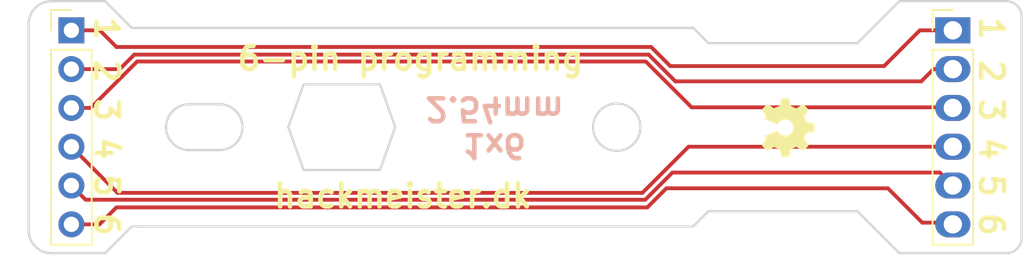
<source format=kicad_pcb>
(kicad_pcb (version 20211014) (generator pcbnew)
  (title_block (title "eClip function board 6 pin 100mil") (company "hackmeister.dk") (comment 1 "CC-BY-SA"))
  (layers (0 "F.Cu" signal) (31 "B.Cu" signal) (34 "B.Paste" user) (35 "F.Paste" user) (36 "B.SilkS" user "B.Silkscreen") (37 "F.SilkS" user "F.Silkscreen") (38 "B.Mask" user) (39 "F.Mask" user) (44 "Edge.Cuts" user))
  (net 0 "")
  (net 1 "Net-(J1-Pad4)")
  (net 2 "Net-(J1-Pad3)")
  (net 3 "Net-(J1-Pad2)")
  (net 4 "Net-(J1-Pad1)")
  (net 5 "Net-(J1-Pad5)")
  (net 6 "Net-(J1-Pad6)")
  (footprint "Pin_Headers:Pin_Header_Straight_1x06_Pitch2.54mm" (layer "F.Cu") (at 52.8 50.16)
    (fp_text reference "J1" hide)
    (fp_text value "Conn_01x06")
    (fp_line (start -1.33 14.03) (end 1.33 14.03) (layer "F.SilkS") (width 0.12))
    (fp_line (start 1.33 1.27) (end 1.33 14.03) (layer "F.SilkS") (width 0.12))
    (fp_line (start -1.33 -1.33) (end 0 -1.33) (layer "F.SilkS") (width 0.12))
    (fp_line (start -1.33 1.27) (end 1.33 1.27) (layer "F.SilkS") (width 0.12))
    (fp_line (start -1.33 1.27) (end -1.33 14.03) (layer "F.SilkS") (width 0.12))
    (fp_line (start -1.33 0) (end -1.33 -1.33) (layer "F.SilkS") (width 0.12))
    (pad "1" thru_hole rect locked (at 0 0) (size 1.7 1.7) (drill 1) (layers *.Cu *.Mask) (net 4 "Net-(J1-Pad1)"))
    (pad "2" thru_hole oval locked (at 0 2.54) (size 1.7 1.7) (drill 1) (layers *.Cu *.Mask) (net 3 "Net-(J1-Pad2)"))
    (pad "3" thru_hole oval locked (at 0 5.08) (size 1.7 1.7) (drill 1) (layers *.Cu *.Mask) (net 2 "Net-(J1-Pad3)"))
    (pad "4" thru_hole oval locked (at 0 7.62) (size 1.7 1.7) (drill 1) (layers *.Cu *.Mask) (net 1 "Net-(J1-Pad4)"))
    (pad "5" thru_hole oval locked (at 0 10.16) (size 1.7 1.7) (drill 1) (layers *.Cu *.Mask) (net 5 "Net-(J1-Pad5)"))
    (pad "6" thru_hole oval locked (at 0 12.7) (size 1.7 1.7) (drill 1) (layers *.Cu *.Mask) (net 6 "Net-(J1-Pad6)"))
  )
  (footprint "Pin_Headers:Pin_Header_Straight_1x06_Pitch2.54mm" (layer "F.Cu") (at 110.5 50.16)
    (fp_text reference "J2" hide)
    (fp_text value "Conn_01x06")
    (fp_line (start -1.33 1.27) (end 1.33 1.27) (layer "F.SilkS") (width 0.12))
    (fp_line (start -1.33 1.27) (end -1.33 14.03) (layer "F.SilkS") (width 0.12))
    (fp_line (start -1.33 0) (end -1.33 -1.33) (layer "F.SilkS") (width 0.12))
    (fp_line (start 1.33 1.27) (end 1.33 14.03) (layer "F.SilkS") (width 0.12))
    (fp_line (start -1.33 -1.33) (end 0 -1.33) (layer "F.SilkS") (width 0.12))
    (fp_line (start -1.33 14.03) (end 1.33 14.03) (layer "F.SilkS") (width 0.12))
    (pad "1" thru_hole rect locked (at 0 0) (size 2.3 1.7) (drill 1.2) (layers *.Cu *.Mask) (net 4 "Net-(J1-Pad1)"))
    (pad "2" thru_hole oval locked (at 0 2.54) (size 2.3 1.7) (drill 1.2) (layers *.Cu *.Mask) (net 3 "Net-(J1-Pad2)"))
    (pad "3" thru_hole oval locked (at 0 5.08) (size 2.3 1.7) (drill 1.2) (layers *.Cu *.Mask) (net 2 "Net-(J1-Pad3)"))
    (pad "4" thru_hole oval locked (at 0 7.62) (size 2.3 1.7) (drill 1.2) (layers *.Cu *.Mask) (net 1 "Net-(J1-Pad4)"))
    (pad "5" thru_hole oval locked (at 0 10.16) (size 2.3 1.7) (drill 1.2) (layers *.Cu *.Mask) (net 5 "Net-(J1-Pad5)"))
    (pad "6" thru_hole oval locked (at 0 12.7) (size 2.3 1.7) (drill 1.2) (layers *.Cu *.Mask) (net 6 "Net-(J1-Pad6)"))
  )
  (footprint "Aesthetics:oshw_logo_4.0mm" (layer "F.Cu") (at 99.695 56.515 -90)
    (fp_text reference "G***" hide)
    (fp_text value "LOGO" hide)
    (fp_poly (pts (xy 0.089147 -1.747484) (xy 0.149434 -1.747235) (xy 0.194276 -1.74656) (xy 0.22611 -1.745249) (xy 0.247374 -1.74309) (xy 0.260504 -1.73987) (xy 0.267939 -1.735379) (xy 0.272116 -1.729405) (xy 0.274223 -1.72466) (xy 0.278781 -1.708314) (xy 0.28623 -1.675149) (xy 0.295917 -1.628359) (xy 0.307192 -1.571135) (xy 0.319402 -1.506667) (xy 0.32549 -1.473615) (xy 0.33781 -1.407385) (xy 0.349411 -1.347412) (xy 0.359666 -1.296746) (xy 0.36795 -1.258435) (xy 0.373637 -1.235531) (xy 0.375334 -1.230768) (xy 0.386478 -1.223192) (xy 0.412875 -1.209727) (xy 0.450871 -1.191931) (xy 0.496814 -1.171363) (xy 0.547051 -1.149583) (xy 0.597929 -1.12815) (xy 0.645795 -1.108623) (xy 0.686996 -1.092561) (xy 0.71788 -1.081523) (xy 0.734793 -1.07707) (xy 0.735468 -1.077045) (xy 0.746652 -1.082597) (xy 0.772127 -1.098163) (xy 0.809484 -1.122176) (xy 0.856317 -1.153073) (xy 0.910217 -1.189286) (xy 0.954256 -1.219285) (xy 1.011889 -1.258475) (xy 1.064263 -1.293529) (xy 1.108973 -1.322882) (xy 1.143615 -1.34497) (xy 1.165784 -1.35823) (xy 1.172804 -1.36144) (xy 1.183683 -1.354435) (xy 1.206061 -1.33504) (xy 1.237537 -1.305689) (xy 1.275709 -1.268814) (xy 1.318178 -1.226849) (xy 1.362541 -1.182225) (xy 1.406399 -1.137376) (xy 1.447349 -1.094734) (xy 1.482991 -1.056732) (xy 1.510924 -1.025803) (xy 1.528746 -1.00438) (xy 1.53416 -0.995314) (xy 1.529499 -0.982412) (xy 1.515222 -0.956857) (xy 1.490881 -0.917966) (xy 1.45603 -0.865052) (xy 1.410225 -0.797432) (xy 1.353019 -0.714421) (xy 1.324796 -0.673813) (xy 1.298604 -0.634919) (xy 1.277466 -0.601086) (xy 1.263792 -0.576332) (xy 1.25984 -0.5655) (xy 1.263682 -0.552568) (xy 1.274189 -0.524671) (xy 1.289829 -0.485438) (xy 1.309069 -0.438498) (xy 1.330378 -0.387481) (xy 1.352223 -0.336015) (xy 1.373073 -0.287729) (xy 1.391396 -0.246253) (xy 1.40566 -0.215214) (xy 1.414334 -0.198243) (xy 1.415643 -0.196411) (xy 1.426712 -0.193129) (xy 1.454929 -0.186768) (xy 1.497456 -0.177912) (xy 1.551451 -0.167141) (xy 1.614077 -0.155038) (xy 1.656405 -0.147044) (xy 1.723615 -0.134347) (xy 1.784562 -0.122616) (xy 1.836267 -0.112443) (xy 1.875748 -0.104418) (xy 1.900024 -0.099133) (xy 1.906063 -0.097518) (xy 1.910526 -0.092564) (xy 1.913983 -0.080108) (xy 1.916552 -0.058002) (xy 1.918347 -0.024097) (xy 1.919482 0.023756) (xy 1.920075 0.087705) (xy 1.920239 0.166636) (xy 1.920145 0.246109) (xy 1.919756 0.30761) (xy 1.918914 0.353486) (xy 1.917462 0.386086) (xy 1.91524 0.407756) (xy 1.912092 0.420844) (xy 1.907859 0.427698) (xy 1.90246 0.430642) (xy 1.884851 0.43473) (xy 1.85288 0.441165) (xy 1.812206 0.448827) (xy 1.79324 0.452257) (xy 1.694241 0.470144) (xy 1.613659 0.485224) (xy 1.549839 0.497868) (xy 1.501127 0.508445) (xy 1.465871 0.517329) (xy 1.442416 0.524888) (xy 1.429108 0.531495) (xy 1.425607 0.534733) (xy 1.418639 0.548186) (xy 1.40589 0.576625) (xy 1.388817 0.616471) (xy 1.368878 0.664142) (xy 1.347529 0.716059) (xy 1.326226 0.768642) (xy 1.306427 0.818309) (xy 1.289588 0.861482) (xy 1.277167 0.894579) (xy 1.270619 0.914022) (xy 1.269971 0.91722) (xy 1.275501 0.927507) (xy 1.29099 0.95203) (xy 1.314816 0.988329) (xy 1.345352 1.033946) (xy 1.380975 1.086421) (xy 1.40208 1.117216) (xy 1.439956 1.173096) (xy 1.47359 1.224238) (xy 1.501338 1.268014) (xy 1.521554 1.301799) (xy 1.532592 1.322963) (xy 1.53416 1.328135) (xy 1.527093 1.340748) (xy 1.507016 1.365542) (xy 1.475612 1.400662) (xy 1.434568 1.444255) (xy 1.385566 1.494467) (xy 1.357349 1.522726) (xy 1.302152 1.577438) (xy 1.259372 1.619265) (xy 1.22712 1.649753) (xy 1.203507 1.670451) (xy 1.186644 1.682903) (xy 1.174642 1.688657) (xy 1.165613 1.689258) (xy 1.157667 1.686253) (xy 1.15763 1.686233) (xy 1.142555 1.676918) (xy 1.113654 1.65797) (xy 1.073811 1.631319) (xy 1.025909 1.598898) (xy 0.97283 1.562638) (xy 0.959186 1.553266) (xy 0.906154 1.517203) (xy 0.858319 1.485438) (xy 0.818349 1.459683) (xy 0.788917 1.441648) (xy 0.772692 1.433046) (xy 0.770834 1.43256) (xy 0.756801 1.436999) (xy 0.729364 1.448953) (xy 0.693048 1.466373) (xy 0.667543 1.479287) (xy 0.626771 1.499066) (xy 0.594111 1.512435) (xy 0.573289 1.517976) (xy 0.568169 1.517113) (xy 0.562182 1.505802) (xy 0.549519 1.478075) (xy 0.531212 1.436316) (xy 0.50829 1.382911) (xy 0.481783 1.320247) (xy 0.452721 1.25071) (xy 0.441646 1.224006) (xy 0.409134 1.145496) (xy 0.376428 1.066606) (xy 0.345092 0.991105) (xy 0.316693 0.922759) (xy 0.292793 0.865337) (xy 0.274959 0.822606) (xy 0.273772 0.81977) (xy 0.254757 0.773328) (xy 0.23904 0.732992) (xy 0.228139 0.702798) (xy 0.22357 0.686782) (xy 0.22352 0.686042) (xy 0.231285 0.673948) (xy 0.251827 0.654424) (xy 0.281017 0.63131) (xy 0.28702 0.626959) (xy 0.37565 0.553708) (xy 0.445091 0.47415) (xy 0.49563 0.387766) (xy 0.527557 0.294033) (xy 0.54116 0.192433) (xy 0.541728 0.16764) (xy 0.533262 0.066028) (xy 0.506726 -0.027331) (xy 0.461461 -0.114089) (xy 0.396808 -0.195896) (xy 0.396301 -0.196437) (xy 0.32034 -0.263596) (xy 0.235633 -0.313725) (xy 0.144681 -0.346722) (xy 0.04998 -0.362484) (xy -0.045971 -0.360908) (xy -0.140675 -0.34189) (xy -0.231632 -0.305328) (xy -0.316345 -0.251119) (xy -0.345136 -0.226992) (xy -0.415843 -0.150826) (xy -0.468196 -0.065967) (xy -0.502049 0.027257) (xy -0.517256 0.128516) (xy -0.51816 0.161495) (xy -0.510916 0.263001) (xy -0.488433 0.354009) (xy -0.449586 0.436632) (xy -0.39325 0.512983) (xy -0.318299 0.585176) (xy -0.27409 0.61993) (xy -0.242057 0.645231) (xy -0.217557 0.667541) (xy -0.204419 0.683248) (xy -0.2032 0.686792) (xy -0.206967 0.69927) (xy -0.217666 0.728231) (xy -0.234401 0.771405) (xy -0.256273 0.826524) (xy -0.282384 0.891321) (xy -0.311835 0.963526) (xy -0.336597 1.02365) (xy -0.369634 1.103586) (xy -0.401554 1.180926) (xy -0.431177 1.252797) (xy -0.457318 1.316324) (xy -0.478795 1.368635) (xy -0.494426 1.406855) (xy -0.500736 1.4224) (xy -0.519952 1.469331) (xy -0.535223 1.499284) (xy -0.550722 1.513908) (xy -0.570623 1.514852) (xy -0.599099 1.503765) (xy -0.640323 1.482297) (xy -0.645429 1.479578) (xy -0.684502 1.459469) (xy -0.717655 1.443654) (xy -0.740317 1.434247) (xy -0.746979 1.43256) (xy -0.758822 1.438072) (xy -0.784835 1.45353) (xy -0.822481 1.477313) (xy -0.869222 1.507801) (xy -0.922521 1.543375) (xy -0.953884 1.56464) (xy -1.009345 1.602246) (xy -1.059235 1.635687) (xy -1.101105 1.663352) (xy -1.132508 1.683634) (xy -1.150999 1.694924) (xy -1.154814 1.69672) (xy -1.163717 1.689849) (xy -1.184919 1.670542) (xy -1.216374 1.640752) (xy -1.256037 1.602432) (xy -1.30186 1.557538) (xy -1.337922 1.521839) (xy -1.386815 1.472537) (xy -1.430483 1.427164) (xy -1.466943 1.387893) (xy -1.494208 1.356896) (xy -1.510294 1.336347) (xy -1.513841 1.329295) (xy -1.508264 1.316139) (xy -1.492637 1.288985) (xy -1.468608 1.250446) (xy -1.437829 1.203135) (xy -1.40195 1.149667) (xy -1.382059 1.120635) (xy -1.344258 1.065337) (xy -1.310665 1.015215) (xy -1.282927 0.972806) (xy -1.262687 0.940643) (xy -1.25159 0.921263) (xy -1.249979 0.917061) (xy -1.253607 0.902624) (xy -1.263784 0.873155) (xy -1.279037 0.832291) (xy -1.297897 0.783672) (xy -1.318894 0.730934) (xy -1.340556 0.677718) (xy -1.361415 0.62766) (xy -1.379999 0.5844) (xy -1.394837 0.551576) (xy -1.404461 0.532826) (xy -1.406274 0.530313) (xy -1.41964 0.524743) (xy -1.450006 0.51643) (xy -1.494346 0.506064) (xy -1.549631 0.494332) (xy -1.612836 0.481924) (xy -1.64683 0.475614) (xy -1.712856 0.463266) (xy -1.772486 0.45149) (xy -1.822699 0.440936) (xy -1.860471 0.432249) (xy -1.88278 0.426078) (xy -1.88722 0.424116) (xy -1.891642 0.410849) (xy -1.895216 0.380947) (xy -1.89795 0.337753) (xy -1.899852 0.284612) (xy -1.900932 0.224868) (xy -1.901196 0.161865) (xy -1.900655 0.098946) (xy -1.899315 0.039455) (xy -1.897186 -0.013263) (xy -1.894275 -0.055864) (xy -1.890592 -0.085005) (xy -1.886144 -0.097342) (xy -1.885915 -0.097453) (xy -1.872298 -0.100774) (xy -1.841672 -0.107184) (xy -1.797012 -0.116093) (xy -1.741296 -0.126915) (xy -1.677499 -0.13906) (xy -1.636064 -0.146833) (xy -1.569206 -0.159602) (xy -1.509016 -0.171657) (xy -1.458379 -0.182374) (xy -1.420181 -0.19113) (xy -1.397305 -0.197302) (xy -1.392081 -0.19956) (xy -1.384392 -0.212878) (xy -1.370861 -0.241247) (xy -1.353047 -0.280946) (xy -1.33251 -0.32825) (xy -1.310813 -0.379437) (xy -1.289514 -0.430784) (xy -1.270175 -0.478568) (xy -1.254357 -0.519066) (xy -1.24362 -0.548556) (xy -1.239524 -0.563314) (xy -1.23952 -0.563495) (xy -1.245077 -0.576688) (xy -1.260659 -0.603929) (xy -1.284635 -0.642623) (xy -1.315375 -0.690174) (xy -1.351248 -0.743986) (xy -1.372925 -0.775821) (xy -1.411237 -0.832135) (xy -1.445702 -0.883686) (xy -1.474617 -0.927851) (xy -1.496277 -0.96201) (xy -1.508979 -0.983543) (xy -1.511528 -0.989049) (xy -1.509298 -0.999306) (xy -1.497939 -1.016876) (xy -1.476297 -1.043077) (xy -1.443218 -1.079225) (xy -1.39755 -1.126636) (xy -1.340133 -1.184629) (xy -1.290806 -1.233522) (xy -1.24576 -1.27723) (xy -1.207098 -1.31379) (xy -1.176923 -1.341238) (xy -1.157334 -1.35761) (xy -1.150893 -1.36144) (xy -1.139299 -1.35588) (xy -1.113521 -1.340266) (xy -1.076023 -1.316197) (xy -1.029267 -1.285272) (xy -0.975716 -1.249091) (xy -0.937424 -1.222817) (xy -0.880481 -1.183771) (xy -0.828516 -1.148631) (xy -0.78404 -1.119055) (xy -0.749563 -1.096701) (xy -0.727596 -1.083228) (xy -0.721193 -1.080012) (xy -0.707377 -1.082397) (xy -0.678626 -1.091342) (xy -0.63867 -1.105379) (xy -0.59124 -1.123039) (xy -0.540067 -1.142853) (xy -0.488882 -1.163353) (xy -0.441415 -1.183071) (xy -0.401397 -1.200537) (xy -0.37256 -1.214283) (xy -0.358806 -1.222666) (xy -0.353674 -1.235572) (xy -0.345623 -1.265616) (xy -0.335299 -1.309928) (xy -0.323346 -1.365641) (xy -0.310411 -1.429888) (xy -0.300525 -1.481565) (xy -0.28754 -1.550109) (xy -0.275493 -1.612114) (xy -0.264957 -1.66475) (xy -0.256507 -1.705188) (xy -0.250718 -1.730599) (xy -0.248461 -1.738105) (xy -0.236951 -1.740819) (xy -0.207609 -1.743192) (xy -0.162918 -1.745134) (xy -0.105365 -1.746555) (xy -0.037434 -1.747365) (xy 0.010977 -1.74752) (xy 0.089147 -1.747484)) (layer "F.SilkS") (width 0.01) (fill solid))
  )
  (gr_arc (start 60.5 58) (mid 59 56.5) (end 60.5 55) (layer "Edge.Cuts") (width 0.15))
  (gr_arc (start 90.05 56.5) (mid 88.5 58.05) (end 86.95 56.5) (layer "Edge.Cuts") (width 0.15))
  (gr_line (start 115 49.25) (end 115 63.75) (layer "Edge.Cuts") (width 0.15))
  (gr_line (start 104.25 62) (end 107 64.75) (layer "Edge.Cuts") (width 0.15))
  (gr_line (start 74 56.5) (end 73 59.3) (layer "Edge.Cuts") (width 0.15))
  (gr_arc (start 86.95 56.5) (mid 88.5 54.95) (end 90.05 56.5) (layer "Edge.Cuts") (width 0.15))
  (gr_line (start 68 53.7) (end 73 53.7) (layer "Edge.Cuts") (width 0.15))
  (gr_arc (start 114 48.25) (mid 114.707107 48.542893) (end 115 49.25) (layer "Edge.Cuts") (width 0.15))
  (gr_line (start 60.5 58) (end 62.5 58) (layer "Edge.Cuts") (width 0.15))
  (gr_line (start 55 48.25) (end 54 48.25) (layer "Edge.Cuts") (width 0.15))
  (gr_line (start 114 48.25) (end 107 48.25) (layer "Edge.Cuts") (width 0.15))
  (gr_line (start 51.5 64.75) (end 54 64.75) (layer "Edge.Cuts") (width 0.15))
  (gr_line (start 93.5 50) (end 57.5 50) (layer "Edge.Cuts") (width 0.15))
  (gr_line (start 104.25 51) (end 94.5 51) (layer "Edge.Cuts") (width 0.15))
  (gr_line (start 94.5 62) (end 104.25 62) (layer "Edge.Cuts") (width 0.15))
  (gr_line (start 50 49.75) (end 50 63.25) (layer "Edge.Cuts") (width 0.15))
  (gr_line (start 67 56.5) (end 68 53.7) (layer "Edge.Cuts") (width 0.15))
  (gr_line (start 60.5 55) (end 62.5 55) (layer "Edge.Cuts") (width 0.15))
  (gr_line (start 56.75 63) (end 55 64.75) (layer "Edge.Cuts") (width 0.15))
  (gr_line (start 93.5 63) (end 94.5 62) (layer "Edge.Cuts") (width 0.15))
  (gr_line (start 68 59.3) (end 67 56.5) (layer "Edge.Cuts") (width 0.15))
  (gr_line (start 73 59.3) (end 68 59.3) (layer "Edge.Cuts") (width 0.15))
  (gr_line (start 56.75 50) (end 55 48.25) (layer "Edge.Cuts") (width 0.15))
  (gr_arc (start 115 63.75) (mid 114.707107 64.457107) (end 114 64.75) (layer "Edge.Cuts") (width 0.15))
  (gr_arc (start 50 49.75) (mid 50.43934 48.68934) (end 51.5 48.25) (layer "Edge.Cuts") (width 0.15))
  (gr_line (start 51.5 48.25) (end 54 48.25) (layer "Edge.Cuts") (width 0.15))
  (gr_line (start 94.5 51) (end 93.5 50) (layer "Edge.Cuts") (width 0.15))
  (gr_line (start 107 64.75) (end 114 64.75) (layer "Edge.Cuts") (width 0.15))
  (gr_line (start 57.5 63) (end 56.75 63) (layer "Edge.Cuts") (width 0.15))
  (gr_line (start 73 53.7) (end 74 56.5) (layer "Edge.Cuts") (width 0.15))
  (gr_arc (start 62.5 55) (mid 64 56.5) (end 62.5 58) (layer "Edge.Cuts") (width 0.15))
  (gr_line (start 107 48.25) (end 104.25 51) (layer "Edge.Cuts") (width 0.15))
  (gr_line (start 57.5 50) (end 56.75 50) (layer "Edge.Cuts") (width 0.15))
  (gr_line (start 55 64.75) (end 54 64.75) (layer "Edge.Cuts") (width 0.15))
  (gr_line (start 57.5 63) (end 93.5 63) (layer "Edge.Cuts") (width 0.15))
  (gr_arc (start 51.5 64.75) (mid 50.43934 64.31066) (end 50 63.25) (layer "Edge.Cuts") (width 0.15))
  (gr_text "1x6\n2.54mm" (at 80.5 56.5 180) (layer "B.SilkS") (effects (font (size 1.5 1.5) (thickness 0.3)) (justify mirror)))
  (gr_text "2" (at 113.03 52.832 270) (layer "F.SilkS") (effects (font (size 1.5 1.5) (thickness 0.3))))
  (gr_text "3" (at 113.03 55.372 270) (layer "F.SilkS") (effects (font (size 1.5 1.5) (thickness 0.3))))
  (gr_text "4" (at 113.03 57.912 270) (layer "F.SilkS") (effects (font (size 1.5 1.5) (thickness 0.3))))
  (gr_text "1" (at 55.118 50.038 270) (layer "F.SilkS") (effects (font (size 1.5 1.5) (thickness 0.3))))
  (gr_text "3" (at 55.118 55.372 270) (layer "F.SilkS") (effects (font (size 1.5 1.5) (thickness 0.3))))
  (gr_text "4" (at 55.118 57.912 270) (layer "F.SilkS") (effects (font (size 1.5 1.5) (thickness 0.3))))
  (gr_text "2" (at 55.118 52.832 270) (layer "F.SilkS") (effects (font (size 1.5 1.5) (thickness 0.3))))
  (gr_text "5" (at 55.118 60.325 270) (layer "F.SilkS") (effects (font (size 1.5 1.5) (thickness 0.3))))
  (gr_text "6" (at 55.118 62.865 270) (layer "F.SilkS") (effects (font (size 1.5 1.5) (thickness 0.3))))
  (gr_text "5" (at 113.03 60.325 270) (layer "F.SilkS") (effects (font (size 1.5 1.5) (thickness 0.3))))
  (gr_text "6" (at 113.03 62.865 270) (layer "F.SilkS") (effects (font (size 1.5 1.5) (thickness 0.3))))
  (gr_text "1" (at 113.03 50.038 270) (layer "F.SilkS") (effects (font (size 1.5 1.5) (thickness 0.3))))
  (gr_text "6-pin programming" (at 75 52) (layer "F.SilkS") (effects (font (size 1.5 1.5) (thickness 0.3))))
  (gr_text "hackmeister.dk" (at 74.5 61) (layer "F.SilkS") (effects (font (size 1.5 1.5) (thickness 0.3))))
  (segment (start 93.197179 57.78) (end 109.297919 57.78) (width 0.25) (layer "F.Cu") (net 1))
  (segment (start 109.297919 57.78) (end 110.5 57.78) (width 0.25) (layer "F.Cu") (net 1))
  (segment (start 52.8 57.78) (end 55.82 60.8) (width 0.25) (layer "F.Cu") (net 1))
  (segment (start 55.82 60.8) (end 90.177179 60.8) (width 0.25) (layer "F.Cu") (net 1))
  (segment (start 90.177179 60.8) (end 93.197179 57.78) (width 0.25) (layer "F.Cu") (net 1))
  (segment (start 54.066 55.24) (end 57.106 52.2) (width 0.25) (layer "F.Cu") (net 2))
  (segment (start 110.46 55.2) (end 110.5 55.24) (width 0.25) (layer "F.Cu") (net 2))
  (segment (start 52.8 55.24) (end 54.066 55.24) (width 0.25) (layer "F.Cu") (net 2))
  (segment (start 57.106 52.2) (end 90.4 52.2) (width 0.25) (layer "F.Cu") (net 2))
  (segment (start 90.4 52.2) (end 93.4 55.2) (width 0.25) (layer "F.Cu") (net 2))
  (segment (start 93.4 55.2) (end 110.46 55.2) (width 0.25) (layer "F.Cu") (net 2))
  (segment (start 56.9196 51.749989) (end 90.5864 51.749989) (width 0.25) (layer "F.Cu") (net 3))
  (segment (start 90.5864 51.749989) (end 92.336411 53.5) (width 0.25) (layer "F.Cu") (net 3))
  (segment (start 92.336411 53.5) (end 108.434 53.5) (width 0.25) (layer "F.Cu") (net 3))
  (segment (start 55.969589 52.7) (end 56.9196 51.749989) (width 0.25) (layer "F.Cu") (net 3))
  (segment (start 108.434 53.5) (end 109.234 52.7) (width 0.25) (layer "F.Cu") (net 3))
  (segment (start 109.234 52.7) (end 110.5 52.7) (width 0.25) (layer "F.Cu") (net 3))
  (segment (start 52.8 52.7) (end 55.969589 52.7) (width 0.25) (layer "F.Cu") (net 3))
  (segment (start 108.34 50.16) (end 110.5 50.16) (width 0.25) (layer "F.Cu") (net 4))
  (segment (start 52.8 50.16) (end 54.66 50.16) (width 0.25) (layer "F.Cu") (net 4))
  (segment (start 54.66 50.16) (end 55.75 51.25) (width 0.25) (layer "F.Cu") (net 4))
  (segment (start 55.75 51.25) (end 90.75 51.25) (width 0.25) (layer "F.Cu") (net 4))
  (segment (start 106 52.5) (end 108.34 50.16) (width 0.25) (layer "F.Cu") (net 4))
  (segment (start 90.75 51.25) (end 92 52.5) (width 0.25) (layer "F.Cu") (net 4))
  (segment (start 92 52.5) (end 106 52.5) (width 0.25) (layer "F.Cu") (net 4))
  (segment (start 52.8 60.32) (end 53.730011 61.250011) (width 0.25) (layer "F.Cu") (net 5))
  (segment (start 90.363579 61.250011) (end 92.143589 59.470001) (width 0.25) (layer "F.Cu") (net 5))
  (segment (start 92.143589 59.470001) (end 109.650001 59.470001) (width 0.25) (layer "F.Cu") (net 5))
  (segment (start 53.730011 61.250011) (end 90.363579 61.250011) (width 0.25) (layer "F.Cu") (net 5))
  (segment (start 109.650001 59.470001) (end 110.5 60.32) (width 0.25) (layer "F.Cu") (net 5))
  (segment (start 110.39 62.75) (end 110.5 62.86) (width 0.25) (layer "F.Cu") (net 6))
  (segment (start 52.8 62.86) (end 54.64 62.86) (width 0.25) (layer "F.Cu") (net 6))
  (segment (start 108.5 62.75) (end 110.39 62.75) (width 0.25) (layer "F.Cu") (net 6))
  (segment (start 91.75 60.5) (end 106.25 60.5) (width 0.25) (layer "F.Cu") (net 6))
  (segment (start 90.5 61.75) (end 91.75 60.5) (width 0.25) (layer "F.Cu") (net 6))
  (segment (start 55.75 61.75) (end 90.5 61.75) (width 0.25) (layer "F.Cu") (net 6))
  (segment (start 106.25 60.5) (end 108.5 62.75) (width 0.25) (layer "F.Cu") (net 6))
  (segment (start 54.64 62.86) (end 55.75 61.75) (width 0.25) (layer "F.Cu") (net 6))
)
</source>
